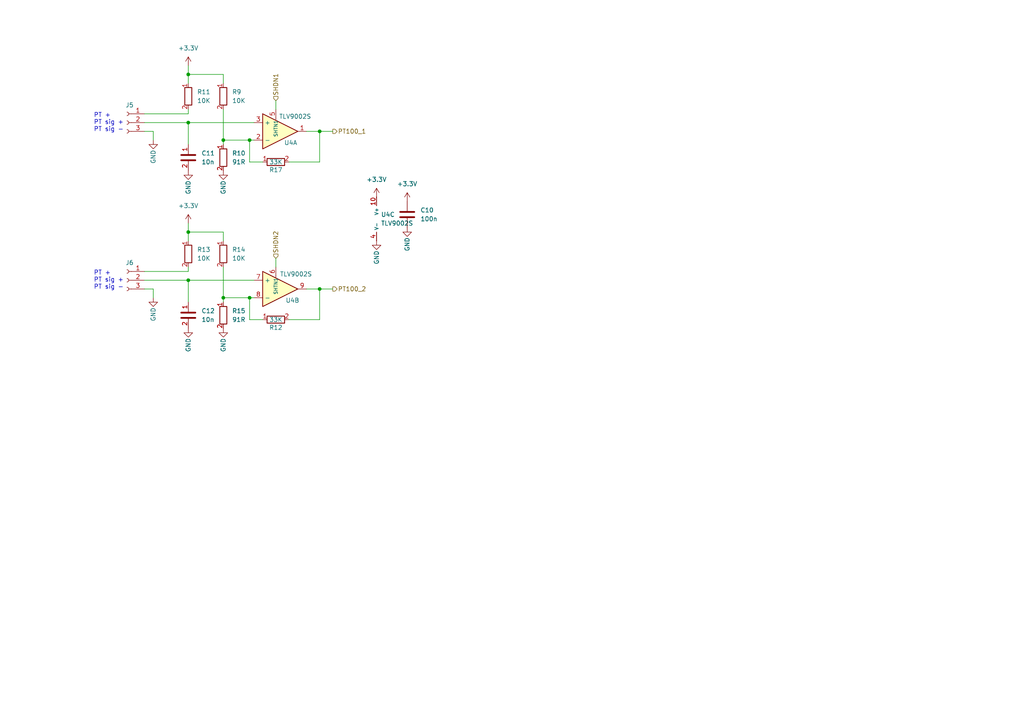
<source format=kicad_sch>
(kicad_sch (version 20250114) (generator "eeschema") (generator_version "9.0")
  (paper "A4")
  (lib_symbols
    (symbol "Capacitor_E12_0603:Capacitor_10n"
      (property "Reference" "C" (at 1.016 -2.286 0))
      (property "Value" "10n" (at 1.524 2.032 0))
      (symbol "Capacitor_10n_0_1"
        (polyline (pts (xy -2.032 0.762) (xy 2.032 0.762)) (stroke (width 0.508)))
        (polyline (pts (xy -2.032 -0.762) (xy 2.032 -0.762)) (stroke (width 0.508)))
      )
      (symbol "Capacitor_10n_1_1"
        (pin passive line (at 0 3.81 270) (length 2.794) (name "~") (number "1"))
        (pin passive line (at 0 -3.81 90) (length 2.794) (name "~") (number "2"))
      )
    )
    (symbol "Connector:Conn_01x03_Socket" (pin_names (offset 1.016) (hide yes))
      (property "Reference" "J" (at 0 5.08 0))
      (property "Value" "Conn_01x03_Socket" (at 0 -5.08 0))
      (symbol "Conn_01x03_Socket_1_1"
        (polyline (pts (xy -1.27 2.54) (xy -0.508 2.54)) (stroke (width 0.1524)))
        (polyline (pts (xy -1.27 0) (xy -0.508 0)) (stroke (width 0.1524)))
        (polyline (pts (xy -1.27 -2.54) (xy -0.508 -2.54)) (stroke (width 0.1524)))
        (arc (start 0 2.032) (mid -0.5058 2.54) (end 0 3.048) (stroke (width 0.1524)))
        (arc (start 0 -0.508) (mid -0.5058 0) (end 0 0.508) (stroke (width 0.1524)))
        (arc (start 0 -3.048) (mid -0.5058 -2.54) (end 0 -2.032) (stroke (width 0.1524)))
        (pin passive line (at -5.08 2.54 0) (length 3.81) (name "Pin_1") (number "1"))
        (pin passive line (at -5.08 0 0) (length 3.81) (name "Pin_2") (number "2"))
        (pin passive line (at -5.08 -2.54 0) (length 3.81) (name "Pin_3") (number "3"))
      )
    )
    (symbol "PS_IC:TLV9002S"
      (property "Reference" "U" (at -3.302 6.604 0))
      (property "Value" "TLV9002S" (at 0 0 0))
      (symbol "TLV9002S_1_1"
        (polyline (pts (xy -3.81 5.08) (xy 6.35 0) (xy -3.81 -5.08) (xy -3.81 5.08)) (stroke (width 0.254)) (fill (type background)))
        (polyline (pts (xy 0 3.81) (xy 0 3.302)))
        (pin input line (at -6.35 2.54 0) (length 2.54) (name "+") (number "3"))
        (pin input line (at -6.35 -2.54 0) (length 2.54) (name "-") (number "2"))
        (pin input line (at 0 6.35 270) (length 2.54) (name "SHTN1") (number "5"))
        (pin output line (at 8.89 0 180) (length 2.54) (name "~") (number "1"))
      )
      (symbol "TLV9002S_2_1"
        (polyline (pts (xy -3.81 5.08) (xy 6.35 0) (xy -3.81 -5.08) (xy -3.81 5.08)) (stroke (width 0.254)) (fill (type background)))
        (polyline (pts (xy 0 3.81) (xy 0 3.302)))
        (pin input line (at -6.35 2.54 0) (length 2.54) (name "+") (number "7"))
        (pin input line (at -6.35 -2.54 0) (length 2.54) (name "-") (number "8"))
        (pin input line (at 0 6.35 270) (length 2.54) (name "SHTN1") (number "6"))
        (pin output line (at 8.89 0 180) (length 2.54) (name "~") (number "9"))
      )
      (symbol "TLV9002S_3_1"
        (pin power_in line (at 0 6.35 270) (length 2.54) (name "V+") (number "10"))
        (pin power_in line (at 0 -6.35 90) (length 2.54) (name "V-") (number "4"))
      )
    )
    (symbol "Resistor_E12_0603:Resistor 0R"
      (property "Reference" "R" (at 1.778 1.524 0))
      (property "Value" "0R" (at 0 0 90))
      (symbol "Resistor 0R_0_1"
        (rectangle (start -1.016 -2.54) (end 1.016 2.54) (stroke (width 0.254)))
      )
      (symbol "Resistor 0R_1_1"
        (pin passive line (at 0 3.81 270) (length 1.27) (name "~") (number "1"))
        (pin passive line (at 0 -3.81 90) (length 1.27) (name "~") (number "2"))
      )
    )
    (symbol "Resistor_E12_0603:Resistor 10K"
      (property "Reference" "R" (at 1.778 1.524 0))
      (property "Value" "10K" (at 0 0 90))
      (symbol "Resistor 10K_0_1"
        (rectangle (start -1.016 -2.54) (end 1.016 2.54) (stroke (width 0.254)))
      )
      (symbol "Resistor 10K_1_1"
        (pin passive line (at 0 3.81 270) (length 1.27) (name "~") (number "1"))
        (pin passive line (at 0 -3.81 90) (length 1.27) (name "~") (number "2"))
      )
    )
    (symbol "Resistor_E12_0603:Resistor 33K"
      (property "Reference" "R" (at 1.778 1.524 0))
      (property "Value" "33K" (at 0 0 90))
      (symbol "Resistor 33K_0_1"
        (rectangle (start -1.016 -2.54) (end 1.016 2.54) (stroke (width 0.254)))
      )
      (symbol "Resistor 33K_1_1"
        (pin passive line (at 0 3.81 270) (length 1.27) (name "~") (number "1"))
        (pin passive line (at 0 -3.81 90) (length 1.27) (name "~") (number "2"))
      )
    )
    (symbol "_PS_LIB:C_0603" (pin_numbers (hide yes)) (pin_names (offset 0.254))
      (property "Reference" "C" (at 0.635 2.54 0))
      (property "Value" "C_0603" (at 0.635 -2.54 0))
      (symbol "C_0603_0_1"
        (polyline (pts (xy -2.032 0.762) (xy 2.032 0.762)) (stroke (width 0.508)))
        (polyline (pts (xy -2.032 -0.762) (xy 2.032 -0.762)) (stroke (width 0.508)))
      )
      (symbol "C_0603_1_1"
        (pin passive line (at 0 3.81 270) (length 2.794) (name "~") (number "1"))
        (pin passive line (at 0 -3.81 90) (length 2.794) (name "~") (number "2"))
      )
    )
    (symbol "power:+3.3V" (power) (pin_numbers (hide yes)) (pin_names (offset 0) (hide yes))
      (property "Value" "+3.3V" (at 0 3.556 0))
      (symbol "+3.3V_0_1"
        (polyline (pts (xy -0.762 1.27) (xy 0 2.54)))
        (polyline (pts (xy 0 2.54) (xy 0.762 1.27)))
        (polyline (pts (xy 0 0) (xy 0 2.54)))
      )
      (symbol "+3.3V_1_1"
        (pin power_in line (at 0 0 90) (length 0) (name "~") (number "1"))
      )
    )
    (symbol "power:GND" (power) (pin_numbers (hide yes)) (pin_names (offset 0) (hide yes))
      (property "Value" "GND" (at 0 -3.81 0))
      (symbol "GND_0_1"
        (polyline (pts (xy 0 0) (xy 0 -1.27) (xy 1.27 -1.27) (xy 0 -2.54) (xy -1.27 -1.27) (xy 0 -1.27)))
      )
      (symbol "GND_1_1"
        (pin power_in line (at 0 0 270) (length 0) (name "~") (number "1"))
      )
    )
  )
  (text "PT +\nPT sig +\nPT sig -" (at 27.178 35.56 0) (effects (font (size 1.27 1.27)) (justify left)))
  (text "PT +\nPT sig +\nPT sig -" (at 27.178 81.28 0) (effects (font (size 1.27 1.27)) (justify left)))
  (junction (at 72.39 86.36))
  (junction (at 54.61 21.59))
  (junction (at 54.61 81.28))
  (junction (at 72.39 40.64))
  (junction (at 54.61 35.56))
  (junction (at 54.61 67.31))
  (junction (at 64.77 40.64))
  (junction (at 92.71 83.82))
  (junction (at 92.71 38.1))
  (junction (at 64.77 86.36))
  (wire (pts (xy 64.77 69.85) (xy 64.77 67.31)))
  (wire (pts (xy 83.82 92.71) (xy 92.71 92.71)))
  (wire (pts (xy 54.61 67.31) (xy 54.61 69.85)))
  (wire (pts (xy 44.45 40.64) (xy 44.45 38.1)))
  (wire (pts (xy 92.71 83.82) (xy 88.9 83.82)))
  (wire (pts (xy 54.61 81.28) (xy 73.66 81.28)))
  (wire (pts (xy 41.91 35.56) (xy 54.61 35.56)))
  (wire (pts (xy 54.61 81.28) (xy 54.61 87.63)))
  (wire (pts (xy 41.91 78.74) (xy 54.61 78.74)))
  (wire (pts (xy 80.01 29.21) (xy 80.01 31.75)))
  (wire (pts (xy 54.61 21.59) (xy 54.61 24.13)))
  (wire (pts (xy 92.71 38.1) (xy 96.52 38.1)))
  (wire (pts (xy 64.77 31.75) (xy 64.77 40.64)))
  (wire (pts (xy 54.61 35.56) (xy 54.61 41.91)))
  (wire (pts (xy 73.66 86.36) (xy 72.39 86.36)))
  (wire (pts (xy 64.77 67.31) (xy 54.61 67.31)))
  (wire (pts (xy 54.61 35.56) (xy 73.66 35.56)))
  (wire (pts (xy 83.82 46.99) (xy 92.71 46.99)))
  (wire (pts (xy 72.39 46.99) (xy 72.39 40.64)))
  (wire (pts (xy 76.2 92.71) (xy 72.39 92.71)))
  (wire (pts (xy 92.71 46.99) (xy 92.71 38.1)))
  (wire (pts (xy 92.71 38.1) (xy 88.9 38.1)))
  (wire (pts (xy 72.39 92.71) (xy 72.39 86.36)))
  (wire (pts (xy 64.77 40.64) (xy 64.77 41.91)))
  (wire (pts (xy 44.45 38.1) (xy 41.91 38.1)))
  (wire (pts (xy 76.2 46.99) (xy 72.39 46.99)))
  (wire (pts (xy 54.61 78.74) (xy 54.61 77.47)))
  (wire (pts (xy 64.77 86.36) (xy 64.77 87.63)))
  (wire (pts (xy 72.39 40.64) (xy 64.77 40.64)))
  (wire (pts (xy 41.91 81.28) (xy 54.61 81.28)))
  (wire (pts (xy 73.66 40.64) (xy 72.39 40.64)))
  (wire (pts (xy 92.71 83.82) (xy 96.52 83.82)))
  (wire (pts (xy 64.77 21.59) (xy 54.61 21.59)))
  (wire (pts (xy 64.77 77.47) (xy 64.77 86.36)))
  (wire (pts (xy 80.01 74.93) (xy 80.01 77.47)))
  (wire (pts (xy 72.39 86.36) (xy 64.77 86.36)))
  (wire (pts (xy 44.45 86.36) (xy 44.45 83.82)))
  (wire (pts (xy 54.61 19.05) (xy 54.61 21.59)))
  (wire (pts (xy 54.61 33.02) (xy 54.61 31.75)))
  (wire (pts (xy 54.61 64.77) (xy 54.61 67.31)))
  (wire (pts (xy 44.45 83.82) (xy 41.91 83.82)))
  (wire (pts (xy 64.77 24.13) (xy 64.77 21.59)))
  (wire (pts (xy 41.91 33.02) (xy 54.61 33.02)))
  (wire (pts (xy 92.71 92.71) (xy 92.71 83.82)))
  (hierarchical_label "PT100_1" (shape output) (at 96.52 38.1 0))
  (hierarchical_label "SHDN1" (shape input) (at 80.01 29.21 90))
  (hierarchical_label "SHDN2" (shape input) (at 80.01 74.93 90))
  (hierarchical_label "PT100_2" (shape output) (at 96.52 83.82 0))
  (symbol (lib_id "power:GND") (at 54.61 95.25 0) (unit 1)
    (property "Reference" "#PWR052" (effects (hide yes)))
    (property "Value" "GND" (at 54.61 98.044 90) (effects (justify right)))
    (property "Description" "Power symbol creates a global label with name \"GND\" , ground" (effects (hide yes)))
  )
  (symbol (lib_id "power:+3.3V") (at 118.11 58.42 0) (unit 1)
    (property "Reference" "#PWR044" (effects (hide yes)))
    (property "Value" "+3.3V" (at 118.11 53.34 0))
    (property "Description" "Power symbol creates a global label with name \"+3.3V\"" (effects (hide yes)))
  )
  (symbol (lib_id "power:GND") (at 44.45 40.64 0) (unit 1)
    (property "Reference" "#PWR047" (effects (hide yes)))
    (property "Value" "GND" (at 44.45 43.434 90) (effects (justify right)))
    (property "Description" "Power symbol creates a global label with name \"GND\" , ground" (effects (hide yes)))
  )
  (symbol (lib_id "PS_IC:TLV9002S") (at 80.01 38.1 0) (unit 1)
    (property "Reference" "U4" (at 84.328 41.402 0))
    (property "Value" "TLV9002S" (at 85.598 33.782 0))
    (property "Footprint" "Package_SO:VSSOP-10_3x3mm_P0.5mm" (effects (hide yes)))
    (property "Datasheet" "https://www.ti.com/lit/ds/symlink/tlv9002.pdf?ts=1759573340469&ref_url=https%253A%252F%252Fwww.ti.com%252Fproduct%252Fde-de%252FTLV9002" (effects (hide yes)))
    (property "Description" "TLV900x Low-Power, RRIO, 1-MHz Operational Amplifier for Cost-Sensitive Systems" (effects (hide yes)))
    (property "LCSC" "C2058239" (effects (hide yes)))
  )
  (symbol (lib_id "power:+3.3V") (at 109.22 57.15 0) (unit 1)
    (property "Reference" "#PWR041" (effects (hide yes)))
    (property "Value" "+3.3V" (at 109.22 52.07 0))
    (property "Description" "Power symbol creates a global label with name \"+3.3V\"" (effects (hide yes)))
  )
  (symbol (lib_id "power:GND") (at 64.77 49.53 0) (unit 1)
    (property "Reference" "#PWR045" (effects (hide yes)))
    (property "Value" "GND" (at 64.77 52.324 90) (effects (justify right)))
    (property "Description" "Power symbol creates a global label with name \"GND\" , ground" (effects (hide yes)))
  )
  (symbol (lib_id "Resistor_E12_0603:Resistor 10K") (at 54.61 73.66 0) (unit 1)
    (property "Reference" "R13" (at 57.15 72.3899 0) (effects (justify left)))
    (property "Value" "10K" (at 57.15 74.9299 0) (effects (justify left)))
    (property "Footprint" "Resistor_SMD:R_0603_1608Metric" (effects (hide yes)))
    (property "Description" "Widerstand 0603" (effects (hide yes)))
    (property "LCSC" "C25804" (effects (hide yes)))
  )
  (symbol (lib_id "Connector:Conn_01x03_Socket") (at 36.83 81.28 0) (mirror y) (unit 1)
    (property "Reference" "J6" (at 37.592 76.2 0))
    (property "Value" "Conn_01x03_Socket" (effects (hide yes)))
    (property "Footprint" "TerminalBlock_Phoenix:TerminalBlock_Phoenix_MKDS-1-3-3.81_1x03_P3.81mm_Horizontal" (effects (hide yes)))
    (property "Description" "Generic connector, single row, 01x03, script generated" (effects (hide yes)))
  )
  (symbol (lib_id "power:GND") (at 109.22 69.85 0) (unit 1)
    (property "Reference" "#PWR042" (effects (hide yes)))
    (property "Value" "GND" (at 109.22 72.644 90) (effects (justify right)))
    (property "Description" "Power symbol creates a global label with name \"GND\" , ground" (effects (hide yes)))
  )
  (symbol (lib_id "power:GND") (at 54.61 49.53 0) (unit 1)
    (property "Reference" "#PWR051" (effects (hide yes)))
    (property "Value" "GND" (at 54.61 52.324 90) (effects (justify right)))
    (property "Description" "Power symbol creates a global label with name \"GND\" , ground" (effects (hide yes)))
  )
  (symbol (lib_id "Resistor_E12_0603:Resistor 10K") (at 64.77 73.66 0) (unit 1)
    (property "Reference" "R14" (at 67.31 72.3899 0) (effects (justify left)))
    (property "Value" "10K" (at 67.31 74.9299 0) (effects (justify left)))
    (property "Footprint" "Resistor_SMD:R_0603_1608Metric" (effects (hide yes)))
    (property "Description" "Widerstand 0603" (effects (hide yes)))
    (property "LCSC" "C25804" (effects (hide yes)))
  )
  (symbol (lib_id "power:GND") (at 118.11 66.04 0) (unit 1)
    (property "Reference" "#PWR043" (effects (hide yes)))
    (property "Value" "GND" (at 118.11 68.834 90) (effects (justify right)))
    (property "Description" "Power symbol creates a global label with name \"GND\" , ground" (effects (hide yes)))
  )
  (symbol (lib_id "Resistor_E12_0603:Resistor 33K") (at 80.01 46.99 90) (unit 1)
    (property "Reference" "R17" (at 80.01 49.276 90))
    (property "Value" "33K" (at 80.01 46.99 90))
    (property "Footprint" "Resistor_SMD:R_0603_1608Metric" (effects (hide yes)))
    (property "Description" "Widerstand 0603" (effects (hide yes)))
    (property "LCSC" "C4216" (effects (hide yes)))
  )
  (symbol (lib_id "power:+3.3V") (at 54.61 64.77 0) (unit 1)
    (property "Reference" "#PWR048" (effects (hide yes)))
    (property "Value" "+3.3V" (at 54.61 59.69 0))
    (property "Description" "Power symbol creates a global label with name \"+3.3V\"" (effects (hide yes)))
  )
  (symbol (lib_id "_PS_LIB:C_0603") (at 118.11 62.23 0) (unit 1)
    (property "Reference" "C10" (at 121.92 60.9599 0) (effects (justify left)))
    (property "Value" "100n" (at 121.92 63.4999 0) (effects (justify left)))
    (property "Footprint" "Capacitor_SMD:C_0603_1608Metric" (effects (hide yes)))
    (property "Description" "Unpolarized capacitor" (effects (hide yes)))
  )
  (symbol (lib_id "power:GND") (at 64.77 95.25 0) (unit 1)
    (property "Reference" "#PWR050" (effects (hide yes)))
    (property "Value" "GND" (at 64.77 98.044 90) (effects (justify right)))
    (property "Description" "Power symbol creates a global label with name \"GND\" , ground" (effects (hide yes)))
  )
  (symbol (lib_id "power:GND") (at 44.45 86.36 0) (unit 1)
    (property "Reference" "#PWR049" (effects (hide yes)))
    (property "Value" "GND" (at 44.45 89.154 90) (effects (justify right)))
    (property "Description" "Power symbol creates a global label with name \"GND\" , ground" (effects (hide yes)))
  )
  (symbol (lib_id "PS_IC:TLV9002S") (at 109.22 63.5 0) (unit 3)
    (property "Reference" "U4" (at 110.49 62.2299 0) (effects (justify left)))
    (property "Value" "TLV9002S" (at 110.49 64.7699 0) (effects (justify left)))
    (property "Footprint" "Package_SO:VSSOP-10_3x3mm_P0.5mm" (effects (hide yes)))
    (property "Datasheet" "https://www.ti.com/lit/ds/symlink/tlv9002.pdf?ts=1759573340469&ref_url=https%253A%252F%252Fwww.ti.com%252Fproduct%252Fde-de%252FTLV9002" (effects (hide yes)))
    (property "Description" "TLV900x Low-Power, RRIO, 1-MHz Operational Amplifier for Cost-Sensitive Systems" (effects (hide yes)))
    (property "LCSC" "C2058239" (effects (hide yes)))
  )
  (symbol (lib_id "PS_IC:TLV9002S") (at 80.01 83.82 0) (unit 2)
    (property "Reference" "U4" (at 84.836 87.122 0))
    (property "Value" "TLV9002S" (at 85.852 79.502 0))
    (property "Footprint" "Package_SO:VSSOP-10_3x3mm_P0.5mm" (effects (hide yes)))
    (property "Datasheet" "https://www.ti.com/lit/ds/symlink/tlv9002.pdf?ts=1759573340469&ref_url=https%253A%252F%252Fwww.ti.com%252Fproduct%252Fde-de%252FTLV9002" (effects (hide yes)))
    (property "Description" "TLV900x Low-Power, RRIO, 1-MHz Operational Amplifier for Cost-Sensitive Systems" (effects (hide yes)))
    (property "LCSC" "C2058239" (effects (hide yes)))
  )
  (symbol (lib_id "Resistor_E12_0603:Resistor 0R") (at 64.77 45.72 0) (unit 1)
    (property "Reference" "R10" (at 67.31 44.4499 0) (effects (justify left)))
    (property "Value" "91R" (at 67.31 46.9899 0) (effects (justify left)))
    (property "Footprint" "Resistor_SMD:R_0603_1608Metric" (effects (hide yes)))
    (property "Description" "Widerstand 0603" (effects (hide yes)))
  )
  (symbol (lib_id "Resistor_E12_0603:Resistor 10K") (at 64.77 27.94 0) (unit 1)
    (property "Reference" "R9" (at 67.31 26.6699 0) (effects (justify left)))
    (property "Value" "10K" (at 67.31 29.2099 0) (effects (justify left)))
    (property "Footprint" "Resistor_SMD:R_0603_1608Metric" (effects (hide yes)))
    (property "Description" "Widerstand 0603" (effects (hide yes)))
    (property "LCSC" "C25804" (effects (hide yes)))
  )
  (symbol (lib_id "Capacitor_E12_0603:Capacitor_10n") (at 54.61 45.72 0) (unit 1)
    (property "Reference" "C11" (at 58.42 44.4499 0) (effects (justify left)))
    (property "Value" "10n" (at 58.42 46.9899 0) (effects (justify left)))
    (property "Footprint" "Capacitor_SMD:C_0603_1608Metric" (effects (hide yes)))
    (property "Description" "Capacitor 0603 50V" (effects (hide yes)))
  )
  (symbol (lib_id "Capacitor_E12_0603:Capacitor_10n") (at 54.61 91.44 0) (unit 1)
    (property "Reference" "C12" (at 58.42 90.1699 0) (effects (justify left)))
    (property "Value" "10n" (at 58.42 92.7099 0) (effects (justify left)))
    (property "Footprint" "Capacitor_SMD:C_0603_1608Metric" (effects (hide yes)))
    (property "Description" "Capacitor 0603 50V" (effects (hide yes)))
  )
  (symbol (lib_id "Connector:Conn_01x03_Socket") (at 36.83 35.56 0) (mirror y) (unit 1)
    (property "Reference" "J5" (at 37.592 30.48 0))
    (property "Value" "Conn_01x03_Socket" (effects (hide yes)))
    (property "Footprint" "TerminalBlock_Phoenix:TerminalBlock_Phoenix_MKDS-1-3-3.81_1x03_P3.81mm_Horizontal" (effects (hide yes)))
    (property "Description" "Generic connector, single row, 01x03, script generated" (effects (hide yes)))
  )
  (symbol (lib_id "Resistor_E12_0603:Resistor 10K") (at 54.61 27.94 0) (unit 1)
    (property "Reference" "R11" (at 57.15 26.6699 0) (effects (justify left)))
    (property "Value" "10K" (at 57.15 29.2099 0) (effects (justify left)))
    (property "Footprint" "Resistor_SMD:R_0603_1608Metric" (effects (hide yes)))
    (property "Description" "Widerstand 0603" (effects (hide yes)))
    (property "LCSC" "C25804" (effects (hide yes)))
  )
  (symbol (lib_id "power:+3.3V") (at 54.61 19.05 0) (unit 1)
    (property "Reference" "#PWR046" (effects (hide yes)))
    (property "Value" "+3.3V" (at 54.61 13.97 0))
    (property "Description" "Power symbol creates a global label with name \"+3.3V\"" (effects (hide yes)))
  )
  (symbol (lib_id "Resistor_E12_0603:Resistor 0R") (at 64.77 91.44 0) (unit 1)
    (property "Reference" "R15" (at 67.31 90.1699 0) (effects (justify left)))
    (property "Value" "91R" (at 67.31 92.7099 0) (effects (justify left)))
    (property "Footprint" "Resistor_SMD:R_0603_1608Metric" (effects (hide yes)))
    (property "Description" "Widerstand 0603" (effects (hide yes)))
  )
  (symbol (lib_id "Resistor_E12_0603:Resistor 33K") (at 80.01 92.71 90) (unit 1)
    (property "Reference" "R12" (at 80.01 94.996 90))
    (property "Value" "33K" (at 80.01 92.71 90))
    (property "Footprint" "Resistor_SMD:R_0603_1608Metric" (effects (hide yes)))
    (property "Description" "Widerstand 0603" (effects (hide yes)))
    (property "LCSC" "C4216" (effects (hide yes)))
  )
)
</source>
